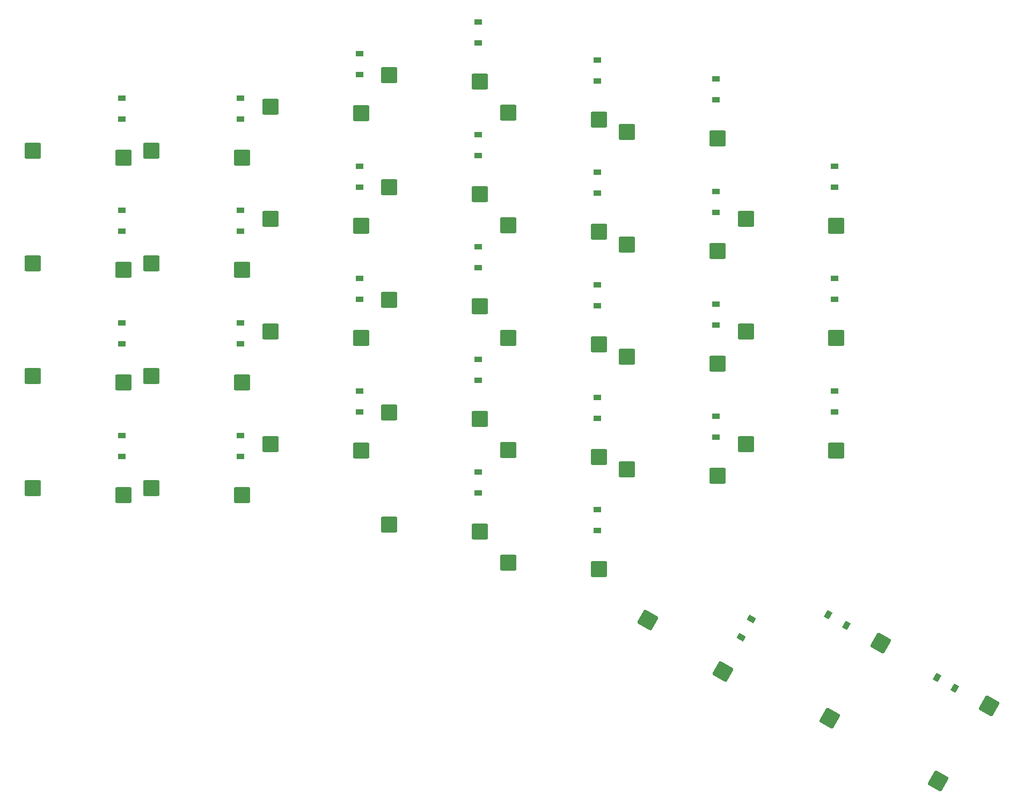
<source format=gbr>
%TF.GenerationSoftware,KiCad,Pcbnew,9.0.7*%
%TF.CreationDate,2026-01-28T22:46:33+01:00*%
%TF.ProjectId,board_left_finished,626f6172-645f-46c6-9566-745f66696e69,v1.0.0*%
%TF.SameCoordinates,Original*%
%TF.FileFunction,Paste,Bot*%
%TF.FilePolarity,Positive*%
%FSLAX46Y46*%
G04 Gerber Fmt 4.6, Leading zero omitted, Abs format (unit mm)*
G04 Created by KiCad (PCBNEW 9.0.7) date 2026-01-28 22:46:33*
%MOMM*%
%LPD*%
G01*
G04 APERTURE LIST*
G04 Aperture macros list*
%AMRoundRect*
0 Rectangle with rounded corners*
0 $1 Rounding radius*
0 $2 $3 $4 $5 $6 $7 $8 $9 X,Y pos of 4 corners*
0 Add a 4 corners polygon primitive as box body*
4,1,4,$2,$3,$4,$5,$6,$7,$8,$9,$2,$3,0*
0 Add four circle primitives for the rounded corners*
1,1,$1+$1,$2,$3*
1,1,$1+$1,$4,$5*
1,1,$1+$1,$6,$7*
1,1,$1+$1,$8,$9*
0 Add four rect primitives between the rounded corners*
20,1,$1+$1,$2,$3,$4,$5,0*
20,1,$1+$1,$4,$5,$6,$7,0*
20,1,$1+$1,$6,$7,$8,$9,0*
20,1,$1+$1,$8,$9,$2,$3,0*%
%AMRotRect*
0 Rectangle, with rotation*
0 The origin of the aperture is its center*
0 $1 length*
0 $2 width*
0 $3 Rotation angle, in degrees counterclockwise*
0 Add horizontal line*
21,1,$1,$2,0,0,$3*%
G04 Aperture macros list end*
%ADD10R,1.200000X0.900000*%
%ADD11RotRect,0.900000X1.200000X330.000000*%
%ADD12RotRect,0.900000X1.200000X240.000000*%
%ADD13RoundRect,0.250000X-1.050000X-1.000000X1.050000X-1.000000X1.050000X1.000000X-1.050000X1.000000X0*%
%ADD14RoundRect,0.250000X0.341025X-1.409327X1.391025X0.409327X-0.341025X1.409327X-1.391025X-0.409327X0*%
%ADD15RoundRect,0.250000X-1.409327X-0.341025X0.409327X-1.391025X1.409327X0.341025X-0.409327X1.391025X0*%
G04 APERTURE END LIST*
D10*
%TO.C,D1*%
X106000000Y-128600000D03*
X106000000Y-131900000D03*
%TD*%
%TO.C,D10*%
X143500000Y-103850000D03*
X143500000Y-107150000D03*
%TD*%
%TO.C,D8*%
X124750000Y-75350000D03*
X124750000Y-78650000D03*
%TD*%
%TO.C,D2*%
X106000000Y-110850000D03*
X106000000Y-114150000D03*
%TD*%
%TO.C,D18*%
X181000000Y-140350000D03*
X181000000Y-143650000D03*
%TD*%
D11*
%TO.C,D32*%
X234606658Y-166848200D03*
X237464542Y-168498200D03*
%TD*%
D10*
%TO.C,D7*%
X124750000Y-93100000D03*
X124750000Y-96400000D03*
%TD*%
%TO.C,D28*%
X218500000Y-103850000D03*
X218500000Y-107150000D03*
%TD*%
%TO.C,D13*%
X162250000Y-134350000D03*
X162250000Y-137650000D03*
%TD*%
D12*
%TO.C,D30*%
X205369200Y-157588958D03*
X203719200Y-160446842D03*
%TD*%
D10*
%TO.C,D17*%
X162250000Y-63350000D03*
X162250000Y-66650000D03*
%TD*%
%TO.C,D22*%
X181000000Y-69350000D03*
X181000000Y-72650000D03*
%TD*%
%TO.C,D27*%
X218500000Y-121600000D03*
X218500000Y-124900000D03*
%TD*%
%TO.C,D5*%
X124750000Y-128600000D03*
X124750000Y-131900000D03*
%TD*%
%TO.C,D3*%
X106000000Y-93100000D03*
X106000000Y-96400000D03*
%TD*%
%TO.C,D15*%
X162250000Y-98850000D03*
X162250000Y-102150000D03*
%TD*%
%TO.C,D20*%
X181000000Y-104850000D03*
X181000000Y-108150000D03*
%TD*%
%TO.C,D16*%
X162250000Y-81100000D03*
X162250000Y-84400000D03*
%TD*%
%TO.C,D9*%
X143500000Y-121600000D03*
X143500000Y-124900000D03*
%TD*%
%TO.C,D4*%
X106000000Y-75350000D03*
X106000000Y-78650000D03*
%TD*%
%TO.C,D19*%
X181000000Y-122600000D03*
X181000000Y-125900000D03*
%TD*%
%TO.C,D11*%
X143500000Y-86100000D03*
X143500000Y-89400000D03*
%TD*%
%TO.C,D21*%
X181000000Y-87100000D03*
X181000000Y-90400000D03*
%TD*%
%TO.C,D29*%
X218500000Y-86100000D03*
X218500000Y-89400000D03*
%TD*%
%TO.C,D24*%
X199750000Y-107850000D03*
X199750000Y-111150000D03*
%TD*%
%TO.C,D6*%
X124750000Y-110850000D03*
X124750000Y-114150000D03*
%TD*%
%TO.C,D26*%
X199750000Y-72350000D03*
X199750000Y-75650000D03*
%TD*%
%TO.C,D23*%
X199750000Y-125600000D03*
X199750000Y-128900000D03*
%TD*%
%TO.C,D25*%
X199750000Y-90100000D03*
X199750000Y-93400000D03*
%TD*%
%TO.C,D12*%
X143500000Y-68350000D03*
X143500000Y-71650000D03*
%TD*%
D11*
%TO.C,D31*%
X217459358Y-156948200D03*
X220317242Y-158598200D03*
%TD*%
D10*
%TO.C,D14*%
X162250000Y-116600000D03*
X162250000Y-119900000D03*
%TD*%
D13*
%TO.C,S29*%
X204450000Y-94450000D03*
X218750000Y-95500000D03*
%TD*%
%TO.C,S18*%
X166950000Y-148700000D03*
X181250000Y-149750000D03*
%TD*%
D14*
%TO.C,S31*%
X217665719Y-173290905D03*
X225725046Y-161431741D03*
%TD*%
D13*
%TO.C,S4*%
X91950000Y-83700000D03*
X106250000Y-84750000D03*
%TD*%
%TO.C,S9*%
X129450000Y-129950000D03*
X143750000Y-131000000D03*
%TD*%
%TO.C,S22*%
X166950000Y-77700000D03*
X181250000Y-78750000D03*
%TD*%
%TO.C,S10*%
X129450000Y-112200000D03*
X143750000Y-113250000D03*
%TD*%
%TO.C,S24*%
X185700000Y-116200000D03*
X200000000Y-117250000D03*
%TD*%
%TO.C,S20*%
X166950000Y-113200000D03*
X181250000Y-114250000D03*
%TD*%
%TO.C,S7*%
X110700000Y-101450000D03*
X125000000Y-102500000D03*
%TD*%
%TO.C,S8*%
X110700000Y-83700000D03*
X125000000Y-84750000D03*
%TD*%
%TO.C,S25*%
X185700000Y-98450000D03*
X200000000Y-99500000D03*
%TD*%
%TO.C,S26*%
X185700000Y-80700000D03*
X200000000Y-81750000D03*
%TD*%
%TO.C,S15*%
X148200000Y-107200000D03*
X162500000Y-108250000D03*
%TD*%
%TO.C,S12*%
X129450000Y-76700000D03*
X143750000Y-77750000D03*
%TD*%
%TO.C,S21*%
X166950000Y-95450000D03*
X181250000Y-96500000D03*
%TD*%
%TO.C,S28*%
X204450000Y-112200000D03*
X218750000Y-113250000D03*
%TD*%
%TO.C,S17*%
X148200000Y-71700000D03*
X162500000Y-72750000D03*
%TD*%
%TO.C,S1*%
X91950000Y-136950000D03*
X106250000Y-138000000D03*
%TD*%
%TO.C,S14*%
X148200000Y-124950000D03*
X162500000Y-126000000D03*
%TD*%
%TO.C,S19*%
X166950000Y-130950000D03*
X181250000Y-132000000D03*
%TD*%
%TO.C,S5*%
X110700000Y-136950000D03*
X125000000Y-138000000D03*
%TD*%
%TO.C,S11*%
X129450000Y-94450000D03*
X143750000Y-95500000D03*
%TD*%
%TO.C,S13*%
X148200000Y-142700000D03*
X162500000Y-143750000D03*
%TD*%
%TO.C,S3*%
X91950000Y-101450000D03*
X106250000Y-102500000D03*
%TD*%
%TO.C,S6*%
X110700000Y-119200000D03*
X125000000Y-120250000D03*
%TD*%
%TO.C,S27*%
X204450000Y-129950000D03*
X218750000Y-131000000D03*
%TD*%
D14*
%TO.C,S32*%
X234813019Y-183190905D03*
X242872346Y-171331741D03*
%TD*%
D13*
%TO.C,S2*%
X91950000Y-119200000D03*
X106250000Y-120250000D03*
%TD*%
D15*
%TO.C,S30*%
X189026595Y-157795319D03*
X200885759Y-165854646D03*
%TD*%
D13*
%TO.C,S16*%
X148200000Y-89450000D03*
X162500000Y-90500000D03*
%TD*%
%TO.C,S23*%
X185700000Y-133950000D03*
X200000000Y-135000000D03*
%TD*%
M02*

</source>
